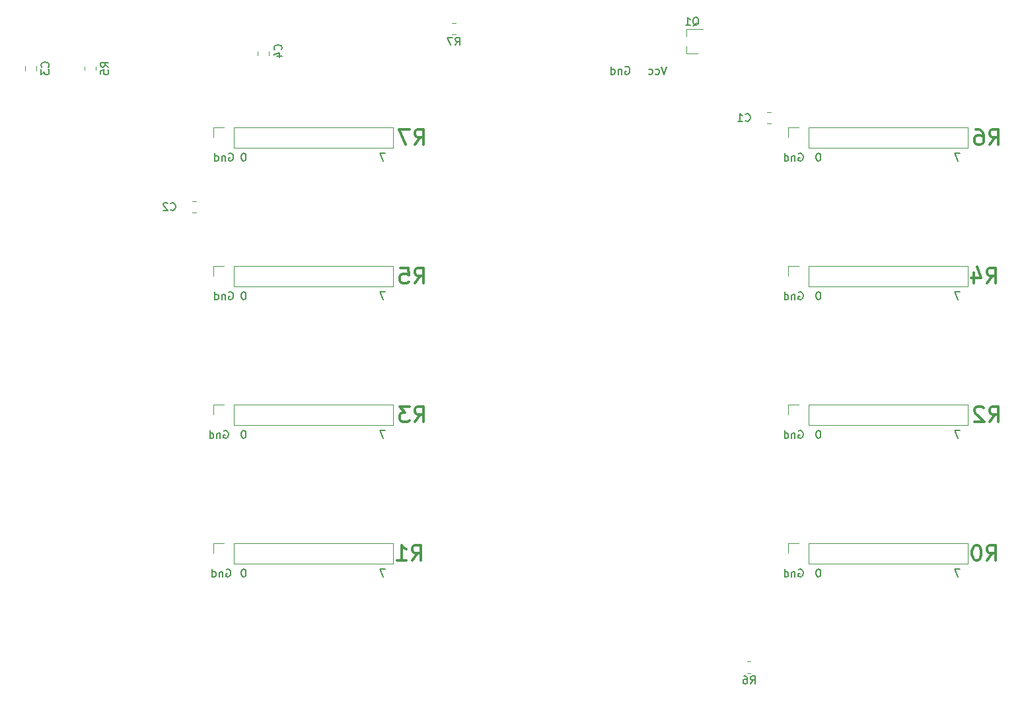
<source format=gbr>
%TF.GenerationSoftware,KiCad,Pcbnew,(5.1.8)-1*%
%TF.CreationDate,2024-06-20T23:03:59+03:00*%
%TF.ProjectId,Regs-v4,52656773-2d76-4342-9e6b-696361645f70,rev?*%
%TF.SameCoordinates,Original*%
%TF.FileFunction,Legend,Bot*%
%TF.FilePolarity,Positive*%
%FSLAX46Y46*%
G04 Gerber Fmt 4.6, Leading zero omitted, Abs format (unit mm)*
G04 Created by KiCad (PCBNEW (5.1.8)-1) date 2024-06-20 23:03:59*
%MOMM*%
%LPD*%
G01*
G04 APERTURE LIST*
%ADD10C,0.150000*%
%ADD11C,0.300000*%
%ADD12C,0.120000*%
G04 APERTURE END LIST*
D10*
X53982857Y-33790000D02*
X54078095Y-33742380D01*
X54220952Y-33742380D01*
X54363809Y-33790000D01*
X54459047Y-33885238D01*
X54506666Y-33980476D01*
X54554285Y-34170952D01*
X54554285Y-34313809D01*
X54506666Y-34504285D01*
X54459047Y-34599523D01*
X54363809Y-34694761D01*
X54220952Y-34742380D01*
X54125714Y-34742380D01*
X53982857Y-34694761D01*
X53935238Y-34647142D01*
X53935238Y-34313809D01*
X54125714Y-34313809D01*
X53506666Y-34075714D02*
X53506666Y-34742380D01*
X53506666Y-34170952D02*
X53459047Y-34123333D01*
X53363809Y-34075714D01*
X53220952Y-34075714D01*
X53125714Y-34123333D01*
X53078095Y-34218571D01*
X53078095Y-34742380D01*
X52173333Y-34742380D02*
X52173333Y-33742380D01*
X52173333Y-34694761D02*
X52268571Y-34742380D01*
X52459047Y-34742380D01*
X52554285Y-34694761D01*
X52601904Y-34647142D01*
X52649523Y-34551904D01*
X52649523Y-34266190D01*
X52601904Y-34170952D01*
X52554285Y-34123333D01*
X52459047Y-34075714D01*
X52268571Y-34075714D01*
X52173333Y-34123333D01*
D11*
X151145833Y-85994761D02*
X151812500Y-85042380D01*
X152288690Y-85994761D02*
X152288690Y-83994761D01*
X151526785Y-83994761D01*
X151336309Y-84090000D01*
X151241071Y-84185238D01*
X151145833Y-84375714D01*
X151145833Y-84661428D01*
X151241071Y-84851904D01*
X151336309Y-84947142D01*
X151526785Y-85042380D01*
X152288690Y-85042380D01*
X149907738Y-83994761D02*
X149717261Y-83994761D01*
X149526785Y-84090000D01*
X149431547Y-84185238D01*
X149336309Y-84375714D01*
X149241071Y-84756666D01*
X149241071Y-85232857D01*
X149336309Y-85613809D01*
X149431547Y-85804285D01*
X149526785Y-85899523D01*
X149717261Y-85994761D01*
X149907738Y-85994761D01*
X150098214Y-85899523D01*
X150193452Y-85804285D01*
X150288690Y-85613809D01*
X150383928Y-85232857D01*
X150383928Y-84756666D01*
X150288690Y-84375714D01*
X150193452Y-84185238D01*
X150098214Y-84090000D01*
X149907738Y-83994761D01*
X151463333Y-68214761D02*
X152130000Y-67262380D01*
X152606190Y-68214761D02*
X152606190Y-66214761D01*
X151844285Y-66214761D01*
X151653809Y-66310000D01*
X151558571Y-66405238D01*
X151463333Y-66595714D01*
X151463333Y-66881428D01*
X151558571Y-67071904D01*
X151653809Y-67167142D01*
X151844285Y-67262380D01*
X152606190Y-67262380D01*
X150701428Y-66405238D02*
X150606190Y-66310000D01*
X150415714Y-66214761D01*
X149939523Y-66214761D01*
X149749047Y-66310000D01*
X149653809Y-66405238D01*
X149558571Y-66595714D01*
X149558571Y-66786190D01*
X149653809Y-67071904D01*
X150796666Y-68214761D01*
X149558571Y-68214761D01*
X151145833Y-50434761D02*
X151812500Y-49482380D01*
X152288690Y-50434761D02*
X152288690Y-48434761D01*
X151526785Y-48434761D01*
X151336309Y-48530000D01*
X151241071Y-48625238D01*
X151145833Y-48815714D01*
X151145833Y-49101428D01*
X151241071Y-49291904D01*
X151336309Y-49387142D01*
X151526785Y-49482380D01*
X152288690Y-49482380D01*
X149431547Y-49101428D02*
X149431547Y-50434761D01*
X149907738Y-48339523D02*
X150383928Y-49768095D01*
X149145833Y-49768095D01*
X151463333Y-32654761D02*
X152130000Y-31702380D01*
X152606190Y-32654761D02*
X152606190Y-30654761D01*
X151844285Y-30654761D01*
X151653809Y-30750000D01*
X151558571Y-30845238D01*
X151463333Y-31035714D01*
X151463333Y-31321428D01*
X151558571Y-31511904D01*
X151653809Y-31607142D01*
X151844285Y-31702380D01*
X152606190Y-31702380D01*
X149749047Y-30654761D02*
X150130000Y-30654761D01*
X150320476Y-30750000D01*
X150415714Y-30845238D01*
X150606190Y-31130952D01*
X150701428Y-31511904D01*
X150701428Y-32273809D01*
X150606190Y-32464285D01*
X150510952Y-32559523D01*
X150320476Y-32654761D01*
X149939523Y-32654761D01*
X149749047Y-32559523D01*
X149653809Y-32464285D01*
X149558571Y-32273809D01*
X149558571Y-31797619D01*
X149653809Y-31607142D01*
X149749047Y-31511904D01*
X149939523Y-31416666D01*
X150320476Y-31416666D01*
X150510952Y-31511904D01*
X150606190Y-31607142D01*
X150701428Y-31797619D01*
X77803333Y-32654761D02*
X78470000Y-31702380D01*
X78946190Y-32654761D02*
X78946190Y-30654761D01*
X78184285Y-30654761D01*
X77993809Y-30750000D01*
X77898571Y-30845238D01*
X77803333Y-31035714D01*
X77803333Y-31321428D01*
X77898571Y-31511904D01*
X77993809Y-31607142D01*
X78184285Y-31702380D01*
X78946190Y-31702380D01*
X77136666Y-30654761D02*
X75803333Y-30654761D01*
X76660476Y-32654761D01*
X77803333Y-50434761D02*
X78470000Y-49482380D01*
X78946190Y-50434761D02*
X78946190Y-48434761D01*
X78184285Y-48434761D01*
X77993809Y-48530000D01*
X77898571Y-48625238D01*
X77803333Y-48815714D01*
X77803333Y-49101428D01*
X77898571Y-49291904D01*
X77993809Y-49387142D01*
X78184285Y-49482380D01*
X78946190Y-49482380D01*
X75993809Y-48434761D02*
X76946190Y-48434761D01*
X77041428Y-49387142D01*
X76946190Y-49291904D01*
X76755714Y-49196666D01*
X76279523Y-49196666D01*
X76089047Y-49291904D01*
X75993809Y-49387142D01*
X75898571Y-49577619D01*
X75898571Y-50053809D01*
X75993809Y-50244285D01*
X76089047Y-50339523D01*
X76279523Y-50434761D01*
X76755714Y-50434761D01*
X76946190Y-50339523D01*
X77041428Y-50244285D01*
X77803333Y-68214761D02*
X78470000Y-67262380D01*
X78946190Y-68214761D02*
X78946190Y-66214761D01*
X78184285Y-66214761D01*
X77993809Y-66310000D01*
X77898571Y-66405238D01*
X77803333Y-66595714D01*
X77803333Y-66881428D01*
X77898571Y-67071904D01*
X77993809Y-67167142D01*
X78184285Y-67262380D01*
X78946190Y-67262380D01*
X77136666Y-66214761D02*
X75898571Y-66214761D01*
X76565238Y-66976666D01*
X76279523Y-66976666D01*
X76089047Y-67071904D01*
X75993809Y-67167142D01*
X75898571Y-67357619D01*
X75898571Y-67833809D01*
X75993809Y-68024285D01*
X76089047Y-68119523D01*
X76279523Y-68214761D01*
X76850952Y-68214761D01*
X77041428Y-68119523D01*
X77136666Y-68024285D01*
X77485833Y-85994761D02*
X78152500Y-85042380D01*
X78628690Y-85994761D02*
X78628690Y-83994761D01*
X77866785Y-83994761D01*
X77676309Y-84090000D01*
X77581071Y-84185238D01*
X77485833Y-84375714D01*
X77485833Y-84661428D01*
X77581071Y-84851904D01*
X77676309Y-84947142D01*
X77866785Y-85042380D01*
X78628690Y-85042380D01*
X75581071Y-85994761D02*
X76723928Y-85994761D01*
X76152500Y-85994761D02*
X76152500Y-83994761D01*
X76342976Y-84280476D01*
X76533452Y-84470952D01*
X76723928Y-84566190D01*
D10*
X110092976Y-22629880D02*
X109759642Y-23629880D01*
X109426309Y-22629880D01*
X108664404Y-23582261D02*
X108759642Y-23629880D01*
X108950119Y-23629880D01*
X109045357Y-23582261D01*
X109092976Y-23534642D01*
X109140595Y-23439404D01*
X109140595Y-23153690D01*
X109092976Y-23058452D01*
X109045357Y-23010833D01*
X108950119Y-22963214D01*
X108759642Y-22963214D01*
X108664404Y-23010833D01*
X107807261Y-23582261D02*
X107902500Y-23629880D01*
X108092976Y-23629880D01*
X108188214Y-23582261D01*
X108235833Y-23534642D01*
X108283452Y-23439404D01*
X108283452Y-23153690D01*
X108235833Y-23058452D01*
X108188214Y-23010833D01*
X108092976Y-22963214D01*
X107902500Y-22963214D01*
X107807261Y-23010833D01*
X104782857Y-22677500D02*
X104878095Y-22629880D01*
X105020952Y-22629880D01*
X105163809Y-22677500D01*
X105259047Y-22772738D01*
X105306666Y-22867976D01*
X105354285Y-23058452D01*
X105354285Y-23201309D01*
X105306666Y-23391785D01*
X105259047Y-23487023D01*
X105163809Y-23582261D01*
X105020952Y-23629880D01*
X104925714Y-23629880D01*
X104782857Y-23582261D01*
X104735238Y-23534642D01*
X104735238Y-23201309D01*
X104925714Y-23201309D01*
X104306666Y-22963214D02*
X104306666Y-23629880D01*
X104306666Y-23058452D02*
X104259047Y-23010833D01*
X104163809Y-22963214D01*
X104020952Y-22963214D01*
X103925714Y-23010833D01*
X103878095Y-23106071D01*
X103878095Y-23629880D01*
X102973333Y-23629880D02*
X102973333Y-22629880D01*
X102973333Y-23582261D02*
X103068571Y-23629880D01*
X103259047Y-23629880D01*
X103354285Y-23582261D01*
X103401904Y-23534642D01*
X103449523Y-23439404D01*
X103449523Y-23153690D01*
X103401904Y-23058452D01*
X103354285Y-23010833D01*
X103259047Y-22963214D01*
X103068571Y-22963214D01*
X102973333Y-23010833D01*
X53665357Y-87130000D02*
X53760595Y-87082380D01*
X53903452Y-87082380D01*
X54046309Y-87130000D01*
X54141547Y-87225238D01*
X54189166Y-87320476D01*
X54236785Y-87510952D01*
X54236785Y-87653809D01*
X54189166Y-87844285D01*
X54141547Y-87939523D01*
X54046309Y-88034761D01*
X53903452Y-88082380D01*
X53808214Y-88082380D01*
X53665357Y-88034761D01*
X53617738Y-87987142D01*
X53617738Y-87653809D01*
X53808214Y-87653809D01*
X53189166Y-87415714D02*
X53189166Y-88082380D01*
X53189166Y-87510952D02*
X53141547Y-87463333D01*
X53046309Y-87415714D01*
X52903452Y-87415714D01*
X52808214Y-87463333D01*
X52760595Y-87558571D01*
X52760595Y-88082380D01*
X51855833Y-88082380D02*
X51855833Y-87082380D01*
X51855833Y-88034761D02*
X51951071Y-88082380D01*
X52141547Y-88082380D01*
X52236785Y-88034761D01*
X52284404Y-87987142D01*
X52332023Y-87891904D01*
X52332023Y-87606190D01*
X52284404Y-87510952D01*
X52236785Y-87463333D01*
X52141547Y-87415714D01*
X51951071Y-87415714D01*
X51855833Y-87463333D01*
X73993333Y-87082380D02*
X73326666Y-87082380D01*
X73755238Y-88082380D01*
X55927619Y-87082380D02*
X55832380Y-87082380D01*
X55737142Y-87130000D01*
X55689523Y-87177619D01*
X55641904Y-87272857D01*
X55594285Y-87463333D01*
X55594285Y-87701428D01*
X55641904Y-87891904D01*
X55689523Y-87987142D01*
X55737142Y-88034761D01*
X55832380Y-88082380D01*
X55927619Y-88082380D01*
X56022857Y-88034761D01*
X56070476Y-87987142D01*
X56118095Y-87891904D01*
X56165714Y-87701428D01*
X56165714Y-87463333D01*
X56118095Y-87272857D01*
X56070476Y-87177619D01*
X56022857Y-87130000D01*
X55927619Y-87082380D01*
X53347857Y-69350000D02*
X53443095Y-69302380D01*
X53585952Y-69302380D01*
X53728809Y-69350000D01*
X53824047Y-69445238D01*
X53871666Y-69540476D01*
X53919285Y-69730952D01*
X53919285Y-69873809D01*
X53871666Y-70064285D01*
X53824047Y-70159523D01*
X53728809Y-70254761D01*
X53585952Y-70302380D01*
X53490714Y-70302380D01*
X53347857Y-70254761D01*
X53300238Y-70207142D01*
X53300238Y-69873809D01*
X53490714Y-69873809D01*
X52871666Y-69635714D02*
X52871666Y-70302380D01*
X52871666Y-69730952D02*
X52824047Y-69683333D01*
X52728809Y-69635714D01*
X52585952Y-69635714D01*
X52490714Y-69683333D01*
X52443095Y-69778571D01*
X52443095Y-70302380D01*
X51538333Y-70302380D02*
X51538333Y-69302380D01*
X51538333Y-70254761D02*
X51633571Y-70302380D01*
X51824047Y-70302380D01*
X51919285Y-70254761D01*
X51966904Y-70207142D01*
X52014523Y-70111904D01*
X52014523Y-69826190D01*
X51966904Y-69730952D01*
X51919285Y-69683333D01*
X51824047Y-69635714D01*
X51633571Y-69635714D01*
X51538333Y-69683333D01*
X73993333Y-69302380D02*
X73326666Y-69302380D01*
X73755238Y-70302380D01*
X55927619Y-69302380D02*
X55832380Y-69302380D01*
X55737142Y-69350000D01*
X55689523Y-69397619D01*
X55641904Y-69492857D01*
X55594285Y-69683333D01*
X55594285Y-69921428D01*
X55641904Y-70111904D01*
X55689523Y-70207142D01*
X55737142Y-70254761D01*
X55832380Y-70302380D01*
X55927619Y-70302380D01*
X56022857Y-70254761D01*
X56070476Y-70207142D01*
X56118095Y-70111904D01*
X56165714Y-69921428D01*
X56165714Y-69683333D01*
X56118095Y-69492857D01*
X56070476Y-69397619D01*
X56022857Y-69350000D01*
X55927619Y-69302380D01*
X73993333Y-51522380D02*
X73326666Y-51522380D01*
X73755238Y-52522380D01*
X55927619Y-51522380D02*
X55832380Y-51522380D01*
X55737142Y-51570000D01*
X55689523Y-51617619D01*
X55641904Y-51712857D01*
X55594285Y-51903333D01*
X55594285Y-52141428D01*
X55641904Y-52331904D01*
X55689523Y-52427142D01*
X55737142Y-52474761D01*
X55832380Y-52522380D01*
X55927619Y-52522380D01*
X56022857Y-52474761D01*
X56070476Y-52427142D01*
X56118095Y-52331904D01*
X56165714Y-52141428D01*
X56165714Y-51903333D01*
X56118095Y-51712857D01*
X56070476Y-51617619D01*
X56022857Y-51570000D01*
X55927619Y-51522380D01*
X53982857Y-51570000D02*
X54078095Y-51522380D01*
X54220952Y-51522380D01*
X54363809Y-51570000D01*
X54459047Y-51665238D01*
X54506666Y-51760476D01*
X54554285Y-51950952D01*
X54554285Y-52093809D01*
X54506666Y-52284285D01*
X54459047Y-52379523D01*
X54363809Y-52474761D01*
X54220952Y-52522380D01*
X54125714Y-52522380D01*
X53982857Y-52474761D01*
X53935238Y-52427142D01*
X53935238Y-52093809D01*
X54125714Y-52093809D01*
X53506666Y-51855714D02*
X53506666Y-52522380D01*
X53506666Y-51950952D02*
X53459047Y-51903333D01*
X53363809Y-51855714D01*
X53220952Y-51855714D01*
X53125714Y-51903333D01*
X53078095Y-51998571D01*
X53078095Y-52522380D01*
X52173333Y-52522380D02*
X52173333Y-51522380D01*
X52173333Y-52474761D02*
X52268571Y-52522380D01*
X52459047Y-52522380D01*
X52554285Y-52474761D01*
X52601904Y-52427142D01*
X52649523Y-52331904D01*
X52649523Y-52046190D01*
X52601904Y-51950952D01*
X52554285Y-51903333D01*
X52459047Y-51855714D01*
X52268571Y-51855714D01*
X52173333Y-51903333D01*
X73993333Y-33742380D02*
X73326666Y-33742380D01*
X73755238Y-34742380D01*
X55927619Y-33742380D02*
X55832380Y-33742380D01*
X55737142Y-33790000D01*
X55689523Y-33837619D01*
X55641904Y-33932857D01*
X55594285Y-34123333D01*
X55594285Y-34361428D01*
X55641904Y-34551904D01*
X55689523Y-34647142D01*
X55737142Y-34694761D01*
X55832380Y-34742380D01*
X55927619Y-34742380D01*
X56022857Y-34694761D01*
X56070476Y-34647142D01*
X56118095Y-34551904D01*
X56165714Y-34361428D01*
X56165714Y-34123333D01*
X56118095Y-33932857D01*
X56070476Y-33837619D01*
X56022857Y-33790000D01*
X55927619Y-33742380D01*
X127007857Y-33790000D02*
X127103095Y-33742380D01*
X127245952Y-33742380D01*
X127388809Y-33790000D01*
X127484047Y-33885238D01*
X127531666Y-33980476D01*
X127579285Y-34170952D01*
X127579285Y-34313809D01*
X127531666Y-34504285D01*
X127484047Y-34599523D01*
X127388809Y-34694761D01*
X127245952Y-34742380D01*
X127150714Y-34742380D01*
X127007857Y-34694761D01*
X126960238Y-34647142D01*
X126960238Y-34313809D01*
X127150714Y-34313809D01*
X126531666Y-34075714D02*
X126531666Y-34742380D01*
X126531666Y-34170952D02*
X126484047Y-34123333D01*
X126388809Y-34075714D01*
X126245952Y-34075714D01*
X126150714Y-34123333D01*
X126103095Y-34218571D01*
X126103095Y-34742380D01*
X125198333Y-34742380D02*
X125198333Y-33742380D01*
X125198333Y-34694761D02*
X125293571Y-34742380D01*
X125484047Y-34742380D01*
X125579285Y-34694761D01*
X125626904Y-34647142D01*
X125674523Y-34551904D01*
X125674523Y-34266190D01*
X125626904Y-34170952D01*
X125579285Y-34123333D01*
X125484047Y-34075714D01*
X125293571Y-34075714D01*
X125198333Y-34123333D01*
X147653333Y-33742380D02*
X146986666Y-33742380D01*
X147415238Y-34742380D01*
X129587619Y-33742380D02*
X129492380Y-33742380D01*
X129397142Y-33790000D01*
X129349523Y-33837619D01*
X129301904Y-33932857D01*
X129254285Y-34123333D01*
X129254285Y-34361428D01*
X129301904Y-34551904D01*
X129349523Y-34647142D01*
X129397142Y-34694761D01*
X129492380Y-34742380D01*
X129587619Y-34742380D01*
X129682857Y-34694761D01*
X129730476Y-34647142D01*
X129778095Y-34551904D01*
X129825714Y-34361428D01*
X129825714Y-34123333D01*
X129778095Y-33932857D01*
X129730476Y-33837619D01*
X129682857Y-33790000D01*
X129587619Y-33742380D01*
X127007857Y-51570000D02*
X127103095Y-51522380D01*
X127245952Y-51522380D01*
X127388809Y-51570000D01*
X127484047Y-51665238D01*
X127531666Y-51760476D01*
X127579285Y-51950952D01*
X127579285Y-52093809D01*
X127531666Y-52284285D01*
X127484047Y-52379523D01*
X127388809Y-52474761D01*
X127245952Y-52522380D01*
X127150714Y-52522380D01*
X127007857Y-52474761D01*
X126960238Y-52427142D01*
X126960238Y-52093809D01*
X127150714Y-52093809D01*
X126531666Y-51855714D02*
X126531666Y-52522380D01*
X126531666Y-51950952D02*
X126484047Y-51903333D01*
X126388809Y-51855714D01*
X126245952Y-51855714D01*
X126150714Y-51903333D01*
X126103095Y-51998571D01*
X126103095Y-52522380D01*
X125198333Y-52522380D02*
X125198333Y-51522380D01*
X125198333Y-52474761D02*
X125293571Y-52522380D01*
X125484047Y-52522380D01*
X125579285Y-52474761D01*
X125626904Y-52427142D01*
X125674523Y-52331904D01*
X125674523Y-52046190D01*
X125626904Y-51950952D01*
X125579285Y-51903333D01*
X125484047Y-51855714D01*
X125293571Y-51855714D01*
X125198333Y-51903333D01*
X147653333Y-51522380D02*
X146986666Y-51522380D01*
X147415238Y-52522380D01*
X129587619Y-51522380D02*
X129492380Y-51522380D01*
X129397142Y-51570000D01*
X129349523Y-51617619D01*
X129301904Y-51712857D01*
X129254285Y-51903333D01*
X129254285Y-52141428D01*
X129301904Y-52331904D01*
X129349523Y-52427142D01*
X129397142Y-52474761D01*
X129492380Y-52522380D01*
X129587619Y-52522380D01*
X129682857Y-52474761D01*
X129730476Y-52427142D01*
X129778095Y-52331904D01*
X129825714Y-52141428D01*
X129825714Y-51903333D01*
X129778095Y-51712857D01*
X129730476Y-51617619D01*
X129682857Y-51570000D01*
X129587619Y-51522380D01*
X127007857Y-69350000D02*
X127103095Y-69302380D01*
X127245952Y-69302380D01*
X127388809Y-69350000D01*
X127484047Y-69445238D01*
X127531666Y-69540476D01*
X127579285Y-69730952D01*
X127579285Y-69873809D01*
X127531666Y-70064285D01*
X127484047Y-70159523D01*
X127388809Y-70254761D01*
X127245952Y-70302380D01*
X127150714Y-70302380D01*
X127007857Y-70254761D01*
X126960238Y-70207142D01*
X126960238Y-69873809D01*
X127150714Y-69873809D01*
X126531666Y-69635714D02*
X126531666Y-70302380D01*
X126531666Y-69730952D02*
X126484047Y-69683333D01*
X126388809Y-69635714D01*
X126245952Y-69635714D01*
X126150714Y-69683333D01*
X126103095Y-69778571D01*
X126103095Y-70302380D01*
X125198333Y-70302380D02*
X125198333Y-69302380D01*
X125198333Y-70254761D02*
X125293571Y-70302380D01*
X125484047Y-70302380D01*
X125579285Y-70254761D01*
X125626904Y-70207142D01*
X125674523Y-70111904D01*
X125674523Y-69826190D01*
X125626904Y-69730952D01*
X125579285Y-69683333D01*
X125484047Y-69635714D01*
X125293571Y-69635714D01*
X125198333Y-69683333D01*
X147653333Y-69302380D02*
X146986666Y-69302380D01*
X147415238Y-70302380D01*
X129587619Y-69302380D02*
X129492380Y-69302380D01*
X129397142Y-69350000D01*
X129349523Y-69397619D01*
X129301904Y-69492857D01*
X129254285Y-69683333D01*
X129254285Y-69921428D01*
X129301904Y-70111904D01*
X129349523Y-70207142D01*
X129397142Y-70254761D01*
X129492380Y-70302380D01*
X129587619Y-70302380D01*
X129682857Y-70254761D01*
X129730476Y-70207142D01*
X129778095Y-70111904D01*
X129825714Y-69921428D01*
X129825714Y-69683333D01*
X129778095Y-69492857D01*
X129730476Y-69397619D01*
X129682857Y-69350000D01*
X129587619Y-69302380D01*
X127007857Y-87130000D02*
X127103095Y-87082380D01*
X127245952Y-87082380D01*
X127388809Y-87130000D01*
X127484047Y-87225238D01*
X127531666Y-87320476D01*
X127579285Y-87510952D01*
X127579285Y-87653809D01*
X127531666Y-87844285D01*
X127484047Y-87939523D01*
X127388809Y-88034761D01*
X127245952Y-88082380D01*
X127150714Y-88082380D01*
X127007857Y-88034761D01*
X126960238Y-87987142D01*
X126960238Y-87653809D01*
X127150714Y-87653809D01*
X126531666Y-87415714D02*
X126531666Y-88082380D01*
X126531666Y-87510952D02*
X126484047Y-87463333D01*
X126388809Y-87415714D01*
X126245952Y-87415714D01*
X126150714Y-87463333D01*
X126103095Y-87558571D01*
X126103095Y-88082380D01*
X125198333Y-88082380D02*
X125198333Y-87082380D01*
X125198333Y-88034761D02*
X125293571Y-88082380D01*
X125484047Y-88082380D01*
X125579285Y-88034761D01*
X125626904Y-87987142D01*
X125674523Y-87891904D01*
X125674523Y-87606190D01*
X125626904Y-87510952D01*
X125579285Y-87463333D01*
X125484047Y-87415714D01*
X125293571Y-87415714D01*
X125198333Y-87463333D01*
X147653333Y-87082380D02*
X146986666Y-87082380D01*
X147415238Y-88082380D01*
X129587619Y-87082380D02*
X129492380Y-87082380D01*
X129397142Y-87130000D01*
X129349523Y-87177619D01*
X129301904Y-87272857D01*
X129254285Y-87463333D01*
X129254285Y-87701428D01*
X129301904Y-87891904D01*
X129349523Y-87987142D01*
X129397142Y-88034761D01*
X129492380Y-88082380D01*
X129587619Y-88082380D01*
X129682857Y-88034761D01*
X129730476Y-87987142D01*
X129778095Y-87891904D01*
X129825714Y-87701428D01*
X129825714Y-87463333D01*
X129778095Y-87272857D01*
X129730476Y-87177619D01*
X129682857Y-87130000D01*
X129587619Y-87082380D01*
D12*
%TO.C,R7*%
X82592936Y-17045000D02*
X83047064Y-17045000D01*
X82592936Y-18515000D02*
X83047064Y-18515000D01*
%TO.C,Q1*%
X112587500Y-20947500D02*
X114047500Y-20947500D01*
X112587500Y-17787500D02*
X114747500Y-17787500D01*
X112587500Y-17787500D02*
X112587500Y-18717500D01*
X112587500Y-20947500D02*
X112587500Y-20017500D01*
%TO.C,C4*%
X59155000Y-20693748D02*
X59155000Y-21216252D01*
X57685000Y-20693748D02*
X57685000Y-21216252D01*
%TO.C,C3*%
X29310000Y-22598748D02*
X29310000Y-23121252D01*
X27840000Y-22598748D02*
X27840000Y-23121252D01*
%TO.C,C2*%
X49791252Y-41375000D02*
X49268748Y-41375000D01*
X49791252Y-39905000D02*
X49268748Y-39905000D01*
%TO.C,C1*%
X123451252Y-29945000D02*
X122928748Y-29945000D01*
X123451252Y-28475000D02*
X122928748Y-28475000D01*
%TO.C,R6*%
X120422936Y-98960000D02*
X120877064Y-98960000D01*
X120422936Y-100430000D02*
X120877064Y-100430000D01*
%TO.C,R5*%
X36930000Y-22632936D02*
X36930000Y-23087064D01*
X35460000Y-22632936D02*
X35460000Y-23087064D01*
%TO.C,J8*%
X52010000Y-30420000D02*
X52010000Y-31750000D01*
X53340000Y-30420000D02*
X52010000Y-30420000D01*
X54610000Y-30420000D02*
X54610000Y-33080000D01*
X54610000Y-33080000D02*
X74990000Y-33080000D01*
X54610000Y-30420000D02*
X74990000Y-30420000D01*
X74990000Y-30420000D02*
X74990000Y-33080000D01*
%TO.C,J7*%
X125670000Y-30420000D02*
X125670000Y-31750000D01*
X127000000Y-30420000D02*
X125670000Y-30420000D01*
X128270000Y-30420000D02*
X128270000Y-33080000D01*
X128270000Y-33080000D02*
X148650000Y-33080000D01*
X128270000Y-30420000D02*
X148650000Y-30420000D01*
X148650000Y-30420000D02*
X148650000Y-33080000D01*
%TO.C,J6*%
X52010000Y-48200000D02*
X52010000Y-49530000D01*
X53340000Y-48200000D02*
X52010000Y-48200000D01*
X54610000Y-48200000D02*
X54610000Y-50860000D01*
X54610000Y-50860000D02*
X74990000Y-50860000D01*
X54610000Y-48200000D02*
X74990000Y-48200000D01*
X74990000Y-48200000D02*
X74990000Y-50860000D01*
%TO.C,J5*%
X125670000Y-48200000D02*
X125670000Y-49530000D01*
X127000000Y-48200000D02*
X125670000Y-48200000D01*
X128270000Y-48200000D02*
X128270000Y-50860000D01*
X128270000Y-50860000D02*
X148650000Y-50860000D01*
X128270000Y-48200000D02*
X148650000Y-48200000D01*
X148650000Y-48200000D02*
X148650000Y-50860000D01*
%TO.C,J4*%
X52010000Y-65980000D02*
X52010000Y-67310000D01*
X53340000Y-65980000D02*
X52010000Y-65980000D01*
X54610000Y-65980000D02*
X54610000Y-68640000D01*
X54610000Y-68640000D02*
X74990000Y-68640000D01*
X54610000Y-65980000D02*
X74990000Y-65980000D01*
X74990000Y-65980000D02*
X74990000Y-68640000D01*
%TO.C,J3*%
X125670000Y-65980000D02*
X125670000Y-67310000D01*
X127000000Y-65980000D02*
X125670000Y-65980000D01*
X128270000Y-65980000D02*
X128270000Y-68640000D01*
X128270000Y-68640000D02*
X148650000Y-68640000D01*
X128270000Y-65980000D02*
X148650000Y-65980000D01*
X148650000Y-65980000D02*
X148650000Y-68640000D01*
%TO.C,J2*%
X52010000Y-83760000D02*
X52010000Y-85090000D01*
X53340000Y-83760000D02*
X52010000Y-83760000D01*
X54610000Y-83760000D02*
X54610000Y-86420000D01*
X54610000Y-86420000D02*
X74990000Y-86420000D01*
X54610000Y-83760000D02*
X74990000Y-83760000D01*
X74990000Y-83760000D02*
X74990000Y-86420000D01*
%TO.C,J1*%
X125670000Y-83760000D02*
X125670000Y-85090000D01*
X127000000Y-83760000D02*
X125670000Y-83760000D01*
X128270000Y-83760000D02*
X128270000Y-86420000D01*
X128270000Y-86420000D02*
X148650000Y-86420000D01*
X128270000Y-83760000D02*
X148650000Y-83760000D01*
X148650000Y-83760000D02*
X148650000Y-86420000D01*
%TO.C,R7*%
D10*
X82986666Y-19882380D02*
X83320000Y-19406190D01*
X83558095Y-19882380D02*
X83558095Y-18882380D01*
X83177142Y-18882380D01*
X83081904Y-18930000D01*
X83034285Y-18977619D01*
X82986666Y-19072857D01*
X82986666Y-19215714D01*
X83034285Y-19310952D01*
X83081904Y-19358571D01*
X83177142Y-19406190D01*
X83558095Y-19406190D01*
X82653333Y-18882380D02*
X81986666Y-18882380D01*
X82415238Y-19882380D01*
%TO.C,Q1*%
X113442738Y-17415119D02*
X113537976Y-17367500D01*
X113633214Y-17272261D01*
X113776071Y-17129404D01*
X113871309Y-17081785D01*
X113966547Y-17081785D01*
X113918928Y-17319880D02*
X114014166Y-17272261D01*
X114109404Y-17177023D01*
X114157023Y-16986547D01*
X114157023Y-16653214D01*
X114109404Y-16462738D01*
X114014166Y-16367500D01*
X113918928Y-16319880D01*
X113728452Y-16319880D01*
X113633214Y-16367500D01*
X113537976Y-16462738D01*
X113490357Y-16653214D01*
X113490357Y-16986547D01*
X113537976Y-17177023D01*
X113633214Y-17272261D01*
X113728452Y-17319880D01*
X113918928Y-17319880D01*
X112537976Y-17319880D02*
X113109404Y-17319880D01*
X112823690Y-17319880D02*
X112823690Y-16319880D01*
X112918928Y-16462738D01*
X113014166Y-16557976D01*
X113109404Y-16605595D01*
%TO.C,C4*%
X60682142Y-20470833D02*
X60729761Y-20423214D01*
X60777380Y-20280357D01*
X60777380Y-20185119D01*
X60729761Y-20042261D01*
X60634523Y-19947023D01*
X60539285Y-19899404D01*
X60348809Y-19851785D01*
X60205952Y-19851785D01*
X60015476Y-19899404D01*
X59920238Y-19947023D01*
X59825000Y-20042261D01*
X59777380Y-20185119D01*
X59777380Y-20280357D01*
X59825000Y-20423214D01*
X59872619Y-20470833D01*
X60110714Y-21327976D02*
X60777380Y-21327976D01*
X59729761Y-21089880D02*
X60444047Y-20851785D01*
X60444047Y-21470833D01*
%TO.C,C3*%
X30837142Y-22693333D02*
X30884761Y-22645714D01*
X30932380Y-22502857D01*
X30932380Y-22407619D01*
X30884761Y-22264761D01*
X30789523Y-22169523D01*
X30694285Y-22121904D01*
X30503809Y-22074285D01*
X30360952Y-22074285D01*
X30170476Y-22121904D01*
X30075238Y-22169523D01*
X29980000Y-22264761D01*
X29932380Y-22407619D01*
X29932380Y-22502857D01*
X29980000Y-22645714D01*
X30027619Y-22693333D01*
X29932380Y-23026666D02*
X29932380Y-23645714D01*
X30313333Y-23312380D01*
X30313333Y-23455238D01*
X30360952Y-23550476D01*
X30408571Y-23598095D01*
X30503809Y-23645714D01*
X30741904Y-23645714D01*
X30837142Y-23598095D01*
X30884761Y-23550476D01*
X30932380Y-23455238D01*
X30932380Y-23169523D01*
X30884761Y-23074285D01*
X30837142Y-23026666D01*
%TO.C,C2*%
X46521666Y-40997142D02*
X46569285Y-41044761D01*
X46712142Y-41092380D01*
X46807380Y-41092380D01*
X46950238Y-41044761D01*
X47045476Y-40949523D01*
X47093095Y-40854285D01*
X47140714Y-40663809D01*
X47140714Y-40520952D01*
X47093095Y-40330476D01*
X47045476Y-40235238D01*
X46950238Y-40140000D01*
X46807380Y-40092380D01*
X46712142Y-40092380D01*
X46569285Y-40140000D01*
X46521666Y-40187619D01*
X46140714Y-40187619D02*
X46093095Y-40140000D01*
X45997857Y-40092380D01*
X45759761Y-40092380D01*
X45664523Y-40140000D01*
X45616904Y-40187619D01*
X45569285Y-40282857D01*
X45569285Y-40378095D01*
X45616904Y-40520952D01*
X46188333Y-41092380D01*
X45569285Y-41092380D01*
%TO.C,C1*%
X120181666Y-29567142D02*
X120229285Y-29614761D01*
X120372142Y-29662380D01*
X120467380Y-29662380D01*
X120610238Y-29614761D01*
X120705476Y-29519523D01*
X120753095Y-29424285D01*
X120800714Y-29233809D01*
X120800714Y-29090952D01*
X120753095Y-28900476D01*
X120705476Y-28805238D01*
X120610238Y-28710000D01*
X120467380Y-28662380D01*
X120372142Y-28662380D01*
X120229285Y-28710000D01*
X120181666Y-28757619D01*
X119229285Y-29662380D02*
X119800714Y-29662380D01*
X119515000Y-29662380D02*
X119515000Y-28662380D01*
X119610238Y-28805238D01*
X119705476Y-28900476D01*
X119800714Y-28948095D01*
%TO.C,R6*%
X120816666Y-101797380D02*
X121150000Y-101321190D01*
X121388095Y-101797380D02*
X121388095Y-100797380D01*
X121007142Y-100797380D01*
X120911904Y-100845000D01*
X120864285Y-100892619D01*
X120816666Y-100987857D01*
X120816666Y-101130714D01*
X120864285Y-101225952D01*
X120911904Y-101273571D01*
X121007142Y-101321190D01*
X121388095Y-101321190D01*
X119959523Y-100797380D02*
X120150000Y-100797380D01*
X120245238Y-100845000D01*
X120292857Y-100892619D01*
X120388095Y-101035476D01*
X120435714Y-101225952D01*
X120435714Y-101606904D01*
X120388095Y-101702142D01*
X120340476Y-101749761D01*
X120245238Y-101797380D01*
X120054761Y-101797380D01*
X119959523Y-101749761D01*
X119911904Y-101702142D01*
X119864285Y-101606904D01*
X119864285Y-101368809D01*
X119911904Y-101273571D01*
X119959523Y-101225952D01*
X120054761Y-101178333D01*
X120245238Y-101178333D01*
X120340476Y-101225952D01*
X120388095Y-101273571D01*
X120435714Y-101368809D01*
%TO.C,R5*%
X38552380Y-22693333D02*
X38076190Y-22360000D01*
X38552380Y-22121904D02*
X37552380Y-22121904D01*
X37552380Y-22502857D01*
X37600000Y-22598095D01*
X37647619Y-22645714D01*
X37742857Y-22693333D01*
X37885714Y-22693333D01*
X37980952Y-22645714D01*
X38028571Y-22598095D01*
X38076190Y-22502857D01*
X38076190Y-22121904D01*
X37552380Y-23598095D02*
X37552380Y-23121904D01*
X38028571Y-23074285D01*
X37980952Y-23121904D01*
X37933333Y-23217142D01*
X37933333Y-23455238D01*
X37980952Y-23550476D01*
X38028571Y-23598095D01*
X38123809Y-23645714D01*
X38361904Y-23645714D01*
X38457142Y-23598095D01*
X38504761Y-23550476D01*
X38552380Y-23455238D01*
X38552380Y-23217142D01*
X38504761Y-23121904D01*
X38457142Y-23074285D01*
%TD*%
M02*

</source>
